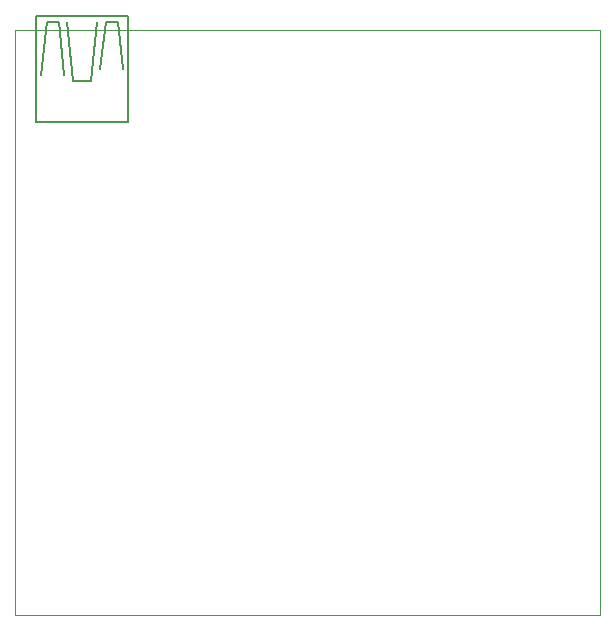
<source format=gbo>
G75*
G70*
%OFA0B0*%
%FSLAX24Y24*%
%IPPOS*%
%LPD*%
%AMOC8*
5,1,8,0,0,1.08239X$1,22.5*
%
%ADD10C,0.0000*%
%ADD11C,0.0050*%
D10*
X000181Y000181D02*
X000181Y019681D01*
X019681Y019681D01*
X019681Y000181D01*
X000181Y000181D01*
D11*
X000896Y016614D02*
X000896Y020158D01*
X003967Y020158D01*
X003967Y016614D01*
X000896Y016614D01*
X002136Y017992D02*
X001939Y019961D01*
X001644Y019961D02*
X001841Y018189D01*
X002136Y017992D02*
X002727Y017992D01*
X002924Y019961D01*
X003219Y019961D02*
X003022Y018386D01*
X003809Y018386D02*
X003613Y019961D01*
X003219Y019961D01*
X001644Y019961D02*
X001250Y019961D01*
X001053Y018189D01*
M02*

</source>
